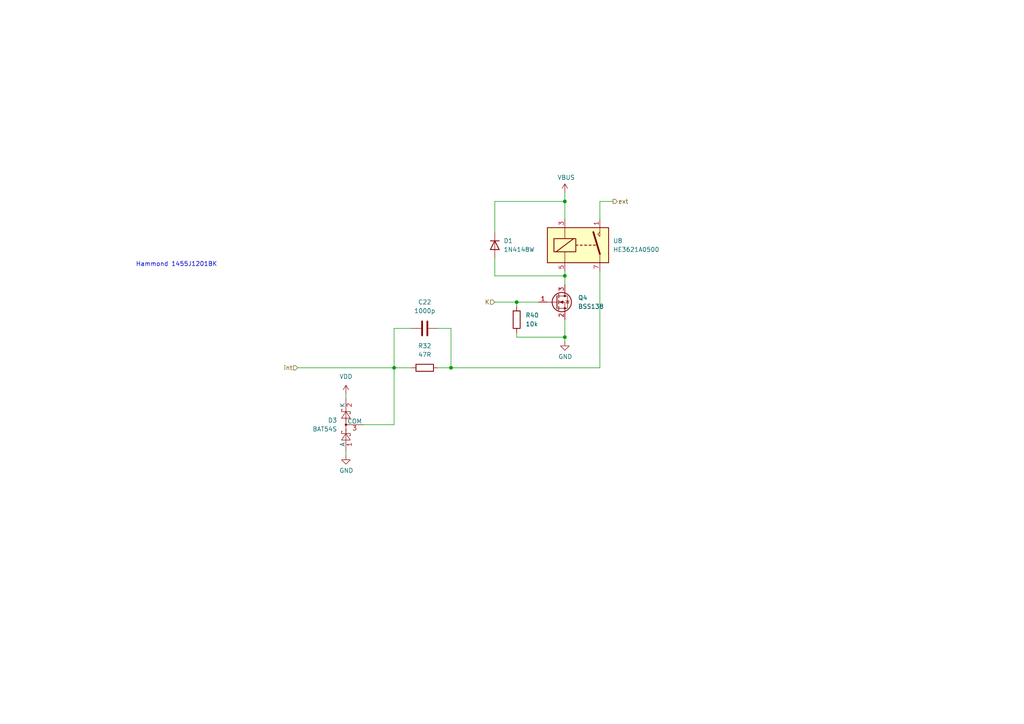
<source format=kicad_sch>
(kicad_sch (version 20230121) (generator eeschema)
  (paper "A4")
  (lib_symbols
    (symbol "Device:C" (pin_numbers hide) (pin_names (offset 0.254))
      (property "Reference" "C" (at 0.635 2.54 0))
      (property "Value" "C" (at 0.635 -2.54 0))
      (symbol "C_0_1"
        (polyline (pts (xy -2.032 -0.762) (xy 2.032 -0.762)) (stroke (width 0.508)))
        (polyline (pts (xy -2.032 0.762) (xy 2.032 0.762)) (stroke (width 0.508)))
      )
      (symbol "C_1_1"
        (pin passive line (at 0 3.81 270) (length 2.794) (name "~") (number "1"))
        (pin passive line (at 0 -3.81 90) (length 2.794) (name "~") (number "2"))
      )
    )
    (symbol "Device:R" (pin_numbers hide) (pin_names (offset 0))
      (property "Reference" "R" (at 2.032 0 90))
      (property "Value" "R" (at 0 0 90))
      (symbol "R_0_1"
        (rectangle (start -1.016 -2.54) (end 1.016 2.54) (stroke (width 0.254)))
      )
      (symbol "R_1_1"
        (pin passive line (at 0 3.81 270) (length 1.27) (name "~") (number "1"))
        (pin passive line (at 0 -3.81 90) (length 1.27) (name "~") (number "2"))
      )
    )
    (symbol "Diode:1N4148W" (pin_numbers hide) (pin_names hide)
      (property "Reference" "D" (at 0 2.54 0))
      (property "Value" "1N4148W" (at 0 -2.54 0))
      (symbol "1N4148W_0_1"
        (polyline (pts (xy -1.27 1.27) (xy -1.27 -1.27)) (stroke (width 0.254)))
        (polyline (pts (xy 1.27 0) (xy -1.27 0)))
        (polyline (pts (xy 1.27 1.27) (xy 1.27 -1.27) (xy -1.27 0) (xy 1.27 1.27)) (stroke (width 0.254)))
      )
      (symbol "1N4148W_1_1"
        (pin passive line (at -3.81 0 0) (length 2.54) (name "K") (number "1"))
        (pin passive line (at 3.81 0 180) (length 2.54) (name "A") (number "2"))
      )
    )
    (symbol "Diode:BAT54S" (pin_names (offset 0))
      (property "Reference" "D" (at 2.54 -5.08 0))
      (property "Value" "BAT54S" (at -6.35 3.175 0))
      (symbol "BAT54S_0_1"
        (polyline (pts (xy -3.81 0) (xy -1.27 0)))
        (polyline (pts (xy -3.175 -1.27) (xy -3.175 -1.016)))
        (polyline (pts (xy -2.54 -1.27) (xy -3.175 -1.27)))
        (polyline (pts (xy -2.54 -1.27) (xy -2.54 1.27)))
        (polyline (pts (xy -2.54 1.27) (xy -1.905 1.27)))
        (polyline (pts (xy -1.905 0) (xy 1.905 0)))
        (polyline (pts (xy -1.905 1.27) (xy -1.905 1.016)))
        (polyline (pts (xy 1.27 0) (xy 3.81 0)))
        (polyline (pts (xy 3.175 -1.27) (xy 3.175 -1.016)))
        (polyline (pts (xy 3.81 -1.27) (xy 3.175 -1.27)))
        (polyline (pts (xy 3.81 -1.27) (xy 3.81 1.27)))
        (polyline (pts (xy 3.81 1.27) (xy 4.445 1.27)))
        (polyline (pts (xy 4.445 1.27) (xy 4.445 1.016)))
        (polyline (pts (xy -4.445 1.27) (xy -4.445 -1.27) (xy -2.54 0) (xy -4.445 1.27)))
        (polyline (pts (xy 1.905 1.27) (xy 1.905 -1.27) (xy 3.81 0) (xy 1.905 1.27)))
        (circle (center 0 0) (radius 0.254) (fill (type outline)))
      )
      (symbol "BAT54S_1_1"
        (pin passive line (at -7.62 0 0) (length 3.81) (name "A") (number "1"))
        (pin passive line (at 7.62 0 180) (length 3.81) (name "K") (number "2"))
        (pin passive line (at 0 -5.08 90) (length 5.08) (name "COM") (number "3"))
      )
    )
    (symbol "HE3621A0500:HE3621A0500"
      (property "Reference" "U" (at -1.27 7.62 0))
      (property "Value" "HE3621A0500" (at 0 0 0))
      (symbol "HE3621A0500_0_0"
        (polyline (pts (xy 5.08 5.08) (xy 5.08 2.54) (xy 4.445 3.175) (xy 5.08 3.81)))
      )
      (symbol "HE3621A0500_0_1"
        (rectangle (start -10.16 5.08) (end 7.62 -5.08) (stroke (width 0.254)) (fill (type background)))
        (rectangle (start -8.255 1.905) (end -1.905 -1.905) (stroke (width 0.254)))
        (polyline (pts (xy -7.62 -1.905) (xy -2.54 1.905)) (stroke (width 0.254)))
        (polyline (pts (xy -5.08 -5.08) (xy -5.08 -1.905)))
        (polyline (pts (xy -5.08 5.08) (xy -5.08 1.905)))
        (polyline (pts (xy -1.905 0) (xy -1.27 0)) (stroke (width 0.254)))
        (polyline (pts (xy -0.635 0) (xy 0 0)) (stroke (width 0.254)))
        (polyline (pts (xy 0.635 0) (xy 1.27 0)) (stroke (width 0.254)))
        (polyline (pts (xy 1.905 0) (xy 2.54 0)) (stroke (width 0.254)))
        (polyline (pts (xy 3.175 0) (xy 3.81 0)) (stroke (width 0.254)))
        (polyline (pts (xy 5.08 -2.54) (xy 3.175 3.81)) (stroke (width 0.508)))
        (polyline (pts (xy 5.08 -2.54) (xy 5.08 -5.08)))
      )
      (symbol "HE3621A0500_1_1"
        (pin passive line (at 5.08 7.62 270) (length 2.54) (name "~") (number "1"))
        (pin passive line (at -5.08 7.62 270) (length 2.54) (name "~") (number "3"))
        (pin passive line (at -5.08 -7.62 90) (length 2.54) (name "~") (number "5"))
        (pin passive line (at 5.08 -7.62 90) (length 2.54) (name "~") (number "7"))
      )
    )
    (symbol "Transistor_FET:BSS138" (pin_names hide)
      (property "Reference" "Q" (at 5.08 1.905 0))
      (property "Value" "BSS138" (at 5.08 0 0))
      (symbol "BSS138_0_1"
        (polyline (pts (xy 0.254 0) (xy -2.54 0)))
        (polyline (pts (xy 0.254 1.905) (xy 0.254 -1.905)) (stroke (width 0.254)))
        (polyline (pts (xy 0.762 -1.27) (xy 0.762 -2.286)) (stroke (width 0.254)))
        (polyline (pts (xy 0.762 0.508) (xy 0.762 -0.508)) (stroke (width 0.254)))
        (polyline (pts (xy 0.762 2.286) (xy 0.762 1.27)) (stroke (width 0.254)))
        (polyline (pts (xy 2.54 2.54) (xy 2.54 1.778)))
        (polyline (pts (xy 2.54 -2.54) (xy 2.54 0) (xy 0.762 0)))
        (polyline (pts (xy 0.762 -1.778) (xy 3.302 -1.778) (xy 3.302 1.778) (xy 0.762 1.778)))
        (polyline (pts (xy 1.016 0) (xy 2.032 0.381) (xy 2.032 -0.381) (xy 1.016 0)) (fill (type outline)))
        (polyline (pts (xy 2.794 0.508) (xy 2.921 0.381) (xy 3.683 0.381) (xy 3.81 0.254)))
        (polyline (pts (xy 3.302 0.381) (xy 2.921 -0.254) (xy 3.683 -0.254) (xy 3.302 0.381)))
        (circle (center 1.651 0) (radius 2.794) (stroke (width 0.254)))
        (circle (center 2.54 -1.778) (radius 0.254) (fill (type outline)))
        (circle (center 2.54 1.778) (radius 0.254) (fill (type outline)))
      )
      (symbol "BSS138_1_1"
        (pin input line (at -5.08 0 0) (length 2.54) (name "G") (number "1"))
        (pin passive line (at 2.54 -5.08 90) (length 2.54) (name "S") (number "2"))
        (pin passive line (at 2.54 5.08 270) (length 2.54) (name "D") (number "3"))
      )
    )
    (symbol "power:GND" (power) (pin_names (offset 0))
      (property "Value" "GND" (at 0 -3.81 0))
      (symbol "GND_0_1"
        (polyline (pts (xy 0 0) (xy 0 -1.27) (xy 1.27 -1.27) (xy 0 -2.54) (xy -1.27 -1.27) (xy 0 -1.27)))
      )
      (symbol "GND_1_1"
        (pin power_in line (at 0 0 270) (length 0) hide (name "GND") (number "1"))
      )
    )
    (symbol "power:VBUS" (power) (pin_names (offset 0))
      (property "Value" "VBUS" (at 0 3.81 0))
      (symbol "VBUS_0_1"
        (polyline (pts (xy -0.762 1.27) (xy 0 2.54)))
        (polyline (pts (xy 0 0) (xy 0 2.54)))
        (polyline (pts (xy 0 2.54) (xy 0.762 1.27)))
      )
      (symbol "VBUS_1_1"
        (pin power_in line (at 0 0 90) (length 0) hide (name "VBUS") (number "1"))
      )
    )
    (symbol "power:VDD" (power) (pin_names (offset 0))
      (property "Value" "VDD" (at 0 3.81 0))
      (symbol "VDD_0_1"
        (polyline (pts (xy -0.762 1.27) (xy 0 2.54)))
        (polyline (pts (xy 0 0) (xy 0 2.54)))
        (polyline (pts (xy 0 2.54) (xy 0.762 1.27)))
      )
      (symbol "VDD_1_1"
        (pin power_in line (at 0 0 90) (length 0) hide (name "VDD") (number "1"))
      )
    )
  )
  (junction (at 163.83 97.79))
  (junction (at 163.83 58.42))
  (junction (at 114.3 106.68))
  (junction (at 163.83 80.01))
  (junction (at 149.86 87.63))
  (junction (at 130.81 106.68))
  (wire (pts (xy 100.33 130.81) (xy 100.33 132.08)))
  (wire (pts (xy 163.83 80.01) (xy 163.83 82.55)))
  (wire (pts (xy 119.38 95.25) (xy 114.3 95.25)))
  (wire (pts (xy 163.83 58.42) (xy 163.83 63.5)))
  (wire (pts (xy 149.86 87.63) (xy 156.21 87.63)))
  (wire (pts (xy 143.51 58.42) (xy 163.83 58.42)))
  (wire (pts (xy 130.81 106.68) (xy 173.99 106.68)))
  (wire (pts (xy 173.99 63.5) (xy 173.99 58.42)))
  (wire (pts (xy 163.83 80.01) (xy 163.83 78.74)))
  (wire (pts (xy 149.86 87.63) (xy 149.86 88.9)))
  (wire (pts (xy 86.36 106.68) (xy 114.3 106.68)))
  (wire (pts (xy 173.99 106.68) (xy 173.99 78.74)))
  (wire (pts (xy 149.86 96.52) (xy 149.86 97.79)))
  (wire (pts (xy 114.3 95.25) (xy 114.3 106.68)))
  (wire (pts (xy 130.81 95.25) (xy 130.81 106.68)))
  (wire (pts (xy 163.83 55.88) (xy 163.83 58.42)))
  (wire (pts (xy 143.51 80.01) (xy 163.83 80.01)))
  (wire (pts (xy 105.41 123.19) (xy 114.3 123.19)))
  (wire (pts (xy 143.51 67.31) (xy 143.51 58.42)))
  (wire (pts (xy 100.33 114.3) (xy 100.33 115.57)))
  (wire (pts (xy 127 95.25) (xy 130.81 95.25)))
  (wire (pts (xy 163.83 97.79) (xy 163.83 99.06)))
  (wire (pts (xy 114.3 106.68) (xy 119.38 106.68)))
  (wire (pts (xy 149.86 97.79) (xy 163.83 97.79)))
  (wire (pts (xy 114.3 123.19) (xy 114.3 106.68)))
  (wire (pts (xy 127 106.68) (xy 130.81 106.68)))
  (wire (pts (xy 173.99 58.42) (xy 177.8 58.42)))
  (wire (pts (xy 143.51 87.63) (xy 149.86 87.63)))
  (wire (pts (xy 163.83 92.71) (xy 163.83 97.79)))
  (wire (pts (xy 143.51 74.93) (xy 143.51 80.01)))
  (text "Hammond 1455J1201BK" (at 39.37 77.47 0) (effects (font (size 1.27 1.27)) (justify left bottom)))
  (hierarchical_label "K" (shape input) (at 143.51 87.63 180))
  (hierarchical_label "ext" (shape output) (at 177.8 58.42 0))
  (hierarchical_label "int" (shape input) (at 86.36 106.68 180))
  (symbol (lib_id "power:VBUS") (at 163.83 55.88 0) (unit 1)
    (property "Reference" "#PWR034" (effects hide))
    (property "Value" "VBUS" (at 164.211 51.4858 0))
    (instances (project "probeInterfaceG2" (path "" (reference "#PWR034") (unit 1)) (path "" (reference "#PWR035") (unit 1)) (path "" (reference "#PWR059") (unit 1)) (path "" (reference "#PWR063") (unit 1)) (path "" (reference "#PWR067") (unit 1)) (path "" (reference "#PWR081") (unit 1)) (path "" (reference "#PWR077") (unit 1)) (path "" (reference "#PWR085") (unit 1)) (path "" (reference "#PWR089") (unit 1)) (path "" (reference "#PWR0107") (unit 1)) (path "" (reference "#PWR0111") (unit 1)) (path "" (reference "#PWR099") (unit 1)) (path "" (reference "#PWR0103") (unit 1))))
  )
  (symbol (lib_id "Device:C") (at 123.19 95.25 90) (unit 1)
    (property "Reference" "C22" (at 123.19 87.63 90))
    (property "Value" "1000p" (at 123.19 90.17 90))
    (property "Footprint" "Capacitor_SMD:C_0402_1005Metric" (effects hide))
    (property "Reichelt" "MUR GRM1555C1H10" (effects hide))
    (instances (project "probeInterfaceG2" (path "" (reference "C22") (unit 1)) (path "" (reference "C22") (unit 1)) (path "" (reference "C23") (unit 1)) (path "" (reference "C24") (unit 1)) (path "" (reference "C25") (unit 1)) (path "" (reference "C31") (unit 1)) (path "" (reference "C30") (unit 1)) (path "" (reference "C32") (unit 1)) (path "" (reference "C33") (unit 1)) (path "" (reference "C38") (unit 1)) (path "" (reference "C39") (unit 1)) (path "" (reference "C36") (unit 1)) (path "" (reference "C37") (unit 1))))
  )
  (symbol (lib_id "Device:R") (at 149.86 92.71 0) (unit 1)
    (property "Reference" "R40" (at 152.4 91.44 0) (effects (justify left)))
    (property "Value" "10k" (at 152.4 93.98 0) (effects (justify left)))
    (property "Footprint" "Resistor_SMD:R_0402_1005Metric" (effects hide))
    (property "Reichelt" "RND 155HP02 AC" (effects hide))
    (instances (project "probeInterfaceG2" (path "" (reference "R40") (unit 1)) (path "" (reference "R40") (unit 1)) (path "" (reference "R35") (unit 1)) (path "" (reference "R43") (unit 1)) (path "" (reference "R46") (unit 1)) (path "" (reference "R52") (unit 1)) (path "" (reference "R49") (unit 1)) (path "" (reference "R55") (unit 1)) (path "" (reference "R58") (unit 1)) (path "" (reference "R67") (unit 1)) (path "" (reference "R70") (unit 1)) (path "" (reference "R61") (unit 1)) (path "" (reference "R64") (unit 1))))
  )
  (symbol (lib_id "power:GND") (at 163.83 99.06 0) (unit 1)
    (property "Reference" "#PWR035" (effects hide))
    (property "Value" "GND" (at 163.957 103.4542 0))
    (instances (project "probeInterfaceG2" (path "" (reference "#PWR035") (unit 1)) (path "" (reference "#PWR053") (unit 1)) (path "" (reference "#PWR060") (unit 1)) (path "" (reference "#PWR064") (unit 1)) (path "" (reference "#PWR068") (unit 1)) (path "" (reference "#PWR082") (unit 1)) (path "" (reference "#PWR078") (unit 1)) (path "" (reference "#PWR086") (unit 1)) (path "" (reference "#PWR090") (unit 1)) (path "" (reference "#PWR0108") (unit 1)) (path "" (reference "#PWR0112") (unit 1)) (path "" (reference "#PWR0100") (unit 1)) (path "" (reference "#PWR0104") (unit 1))))
  )
  (symbol (lib_id "power:VDD") (at 100.33 114.3 0) (unit 1)
    (property "Reference" "#PWR054" (effects hide))
    (property "Value" "VDD" (at 100.33 109.22 0))
    (instances (project "probeInterfaceG2" (path "" (reference "#PWR054") (unit 1)) (path "" (reference "#PWR057") (unit 1)) (path "" (reference "#PWR061") (unit 1)) (path "" (reference "#PWR065") (unit 1)) (path "" (reference "#PWR079") (unit 1)) (path "" (reference "#PWR075") (unit 1)) (path "" (reference "#PWR083") (unit 1)) (path "" (reference "#PWR087") (unit 1)) (path "" (reference "#PWR0105") (unit 1)) (path "" (reference "#PWR0109") (unit 1)) (path "" (reference "#PWR097") (unit 1)) (path "" (reference "#PWR0101") (unit 1))))
  )
  (symbol (lib_id "Device:R") (at 123.19 106.68 90) (unit 1)
    (property "Reference" "R32" (at 123.19 100.33 90))
    (property "Value" "47R" (at 123.19 102.87 90))
    (property "Footprint" "Resistor_SMD:R_0402_1005Metric" (effects hide))
    (property "Reichelt" "RND 0402 1 47" (effects hide))
    (instances (project "probeInterfaceG2" (path "" (reference "R32") (unit 1)) (path "" (reference "R32") (unit 1)) (path "" (reference "R33") (unit 1)) (path "" (reference "R41") (unit 1)) (path "" (reference "R44") (unit 1)) (path "" (reference "R50") (unit 1)) (path "" (reference "R47") (unit 1)) (path "" (reference "R53") (unit 1)) (path "" (reference "R56") (unit 1)) (path "" (reference "R65") (unit 1)) (path "" (reference "R68") (unit 1)) (path "" (reference "R59") (unit 1)) (path "" (reference "R62") (unit 1))))
  )
  (symbol (lib_id "Diode:BAT54S") (at 100.33 123.19 90) (unit 1)
    (property "Reference" "D3" (at 97.79 121.92 90) (effects (justify left)))
    (property "Value" "BAT54S" (at 97.79 124.46 90) (effects (justify left)))
    (property "Footprint" "Package_TO_SOT_SMD:SOT-23" (effects hide))
    (property "Datasheet" "https://www.diodes.com/assets/Datasheets/ds11005.pdf" (effects hide))
    (property "Reichelt" "BAT 54S DIO" (effects hide))
    (instances (project "probeInterfaceG2" (path "" (reference "D3") (unit 1)) (path "" (reference "D3") (unit 1)) (path "" (reference "D6") (unit 1)) (path "" (reference "D10") (unit 1)) (path "" (reference "D13") (unit 1)) (path "" (reference "D19") (unit 1)) (path "" (reference "D16") (unit 1)) (path "" (reference "D22") (unit 1)) (path "" (reference "D25") (unit 1)) (path "" (reference "D34") (unit 1)) (path "" (reference "D37") (unit 1)) (path "" (reference "D28") (unit 1)) (path "" (reference "D31") (unit 1))))
  )
  (symbol (lib_id "HE3621A0500:HE3621A0500") (at 168.91 71.12 0) (unit 1)
    (property "Reference" "U8" (at 177.8 69.85 0) (effects (justify left)))
    (property "Value" "HE3621A0500" (at 177.8 72.39 0) (effects (justify left)))
    (property "Footprint" "Relay_THT:Relay_SPST_StandexMeder_SIL_Form1A" (effects hide))
    (property "Datasheet" "https://www.littelfuse.com/~/media/electronics/datasheets/reed_relays/littelfuse_reed_relays_he3600_datasheet.pdf.pdf" (effects hide))
    (property "Reichelt" "LITT HE3621A0500" (effects hide))
    (instances (project "probeInterfaceG2" (path "" (reference "U8") (unit 1)) (path "" (reference "U8") (unit 1)) (path "" (reference "U10") (unit 1)) (path "" (reference "U11") (unit 1)) (path "" (reference "U12") (unit 1)) (path "" (reference "U15") (unit 1)) (path "" (reference "U14") (unit 1)) (path "" (reference "U16") (unit 1)) (path "" (reference "U17") (unit 1)) (path "" (reference "U21") (unit 1)) (path "" (reference "U22") (unit 1)) (path "" (reference "U19") (unit 1)) (path "" (reference "U20") (unit 1))))
  )
  (symbol (lib_id "Diode:1N4148W") (at 143.51 71.12 270) (unit 1)
    (property "Reference" "D1" (at 146.05 69.85 90) (effects (justify left)))
    (property "Value" "1N4148W" (at 146.05 72.39 90) (effects (justify left)))
    (property "Footprint" "Diode_SMD:D_SOD-123" (effects hide))
    (property "Datasheet" "https://www.vishay.com/docs/85748/1n4148w.pdf" (effects hide))
    (property "Sim.Device" "D" (effects hide))
    (property "Sim.Pins" "1=K 2=A" (effects hide))
    (property "Reichelt" "1N 4148WS DIO" (effects hide))
    (instances (project "probeInterfaceG2" (path "" (reference "D1") (unit 1)) (path "" (reference "D41") (unit 1)) (path "" (reference "D42") (unit 1)) (path "" (reference "D43") (unit 1)) (path "" (reference "D44") (unit 1)) (path "" (reference "D45") (unit 1)) (path "" (reference "D46") (unit 1)) (path "" (reference "D47") (unit 1)) (path "" (reference "D48") (unit 1)) (path "" (reference "D49") (unit 1)) (path "" (reference "D50") (unit 1)) (path "" (reference "D51") (unit 1))))
  )
  (symbol (lib_id "Transistor_FET:BSS138") (at 161.29 87.63 0) (unit 1)
    (property "Reference" "Q4" (at 167.64 86.36 0) (effects (justify left)))
    (property "Value" "BSS138" (at 167.64 88.9 0) (effects (justify left)))
    (property "Footprint" "Package_TO_SOT_SMD:SOT-23" (effects hide))
    (property "Datasheet" "https://www.onsemi.com/pub/Collateral/BSS138-D.PDF" (effects hide))
    (property "Reichelt" "BSS 138 SMD" (effects hide))
    (instances (project "probeInterfaceG2" (path "" (reference "Q4") (unit 1)) (path "" (reference "Q2") (unit 1)) (path "" (reference "Q4") (unit 1)) (path "" (reference "Q6") (unit 1)) (path "" (reference "Q7") (unit 1)) (path "" (reference "Q9") (unit 1)) (path "" (reference "Q8") (unit 1)) (path "" (reference "Q10") (unit 1)) (path "" (reference "Q11") (unit 1)) (path "" (reference "Q14") (unit 1)) (path "" (reference "Q15") (unit 1)) (path "" (reference "Q12") (unit 1)) (path "" (reference "Q13") (unit 1))))
  )
  (symbol (lib_id "power:GND") (at 100.33 132.08 0) (unit 1)
    (property "Reference" "#PWR053" (effects hide))
    (property "Value" "GND" (at 100.457 136.4742 0))
    (instances (project "probeInterfaceG2" (path "" (reference "#PWR053") (unit 1)) (path "" (reference "#PWR034") (unit 1)) (path "" (reference "#PWR058") (unit 1)) (path "" (reference "#PWR062") (unit 1)) (path "" (reference "#PWR066") (unit 1)) (path "" (reference "#PWR080") (unit 1)) (path "" (reference "#PWR076") (unit 1)) (path "" (reference "#PWR084") (unit 1)) (path "" (reference "#PWR088") (unit 1)) (path "" (reference "#PWR0106") (unit 1)) (path "" (reference "#PWR0110") (unit 1)) (path "" (reference "#PWR098") (unit 1)) (path "" (reference "#PWR0102") (unit 1))))
  )
)
</source>
